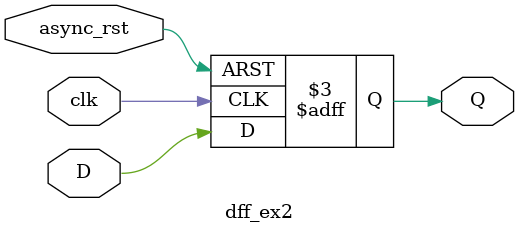
<source format=v>
/*
    D flip flop
    Rising edge DFF with Asynch Reset 
    
    reset is active high
*/
`timescale 1ns / 1ps
module dff_ex2(
    input D,
    input clk,
    input async_rst,
    output reg Q
    );
    always @(posedge clk or posedge async_rst) begin
        if(async_rst == 1'b1)
            Q <= 1'b0;
        else
            Q <= D;
    end
    
endmodule
</source>
